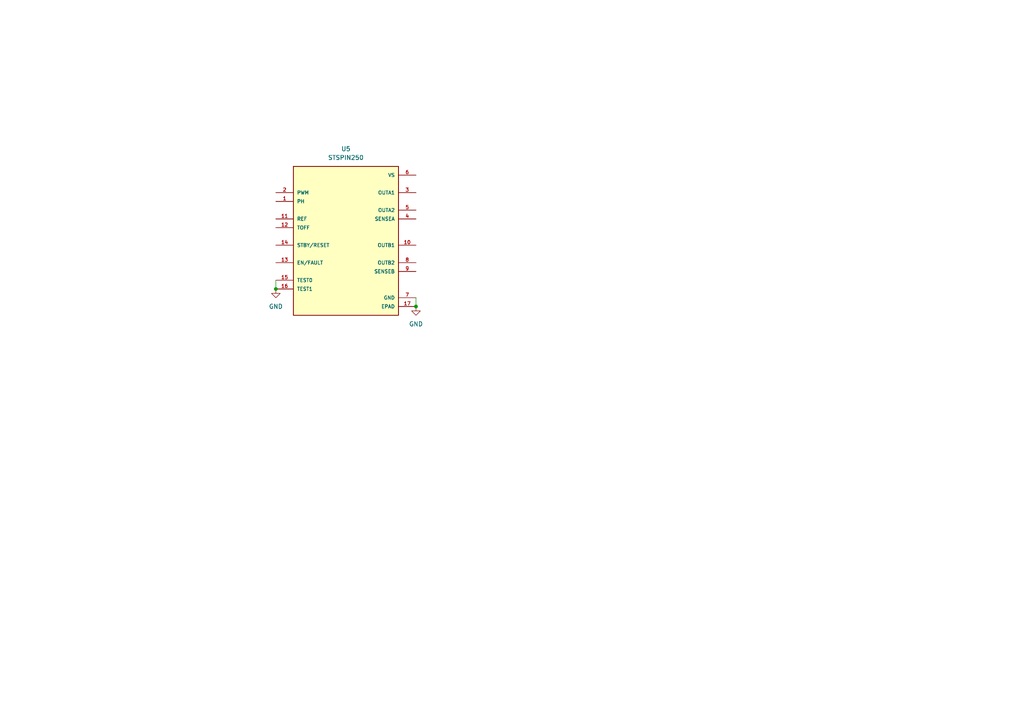
<source format=kicad_sch>
(kicad_sch (version 20231120) (generator "eeschema") (generator_version "8.0")
  (paper "A4")
  (lib_symbols
    (symbol "STSPIN250:STSPIN250" (pin_names (offset 1.016))
      (property "Reference" "U" (at -15.24 21.59 0))
      (property "Value" "STSPIN250" (at -15.24 -25.4 0))
      (symbol "STSPIN250_0_0"
        (rectangle (start -15.24 -22.86) (end 15.24 20.32) (stroke (width 0.254)) (fill (type background)))
        (pin input line (at -20.32 10.16 0) (length 5.08) (name "PH") (number "1"))
        (pin output line (at 20.32 -2.54 180) (length 5.08) (name "OUTB1") (number "10"))
        (pin input line (at -20.32 5.08 0) (length 5.08) (name "REF") (number "11"))
        (pin input line (at -20.32 2.54 0) (length 5.08) (name "TOFF") (number "12"))
        (pin bidirectional line (at -20.32 -7.62 0) (length 5.08) (name "EN/FAULT") (number "13"))
        (pin input line (at -20.32 -2.54 0) (length 5.08) (name "STBY/RESET") (number "14"))
        (pin passive line (at -20.32 -12.7 0) (length 5.08) (name "TEST0") (number "15"))
        (pin passive line (at -20.32 -15.24 0) (length 5.08) (name "TEST1") (number "16"))
        (pin power_in line (at 20.32 -20.32 180) (length 5.08) (name "EPAD") (number "17"))
        (pin input line (at -20.32 12.7 0) (length 5.08) (name "PWM") (number "2"))
        (pin output line (at 20.32 12.7 180) (length 5.08) (name "OUTA1") (number "3"))
        (pin output line (at 20.32 5.08 180) (length 5.08) (name "SENSEA") (number "4"))
        (pin output line (at 20.32 7.62 180) (length 5.08) (name "OUTA2") (number "5"))
        (pin power_in line (at 20.32 17.78 180) (length 5.08) (name "VS") (number "6"))
        (pin power_in line (at 20.32 -17.78 180) (length 5.08) (name "GND") (number "7"))
        (pin output line (at 20.32 -7.62 180) (length 5.08) (name "OUTB2") (number "8"))
        (pin output line (at 20.32 -10.16 180) (length 5.08) (name "SENSEB") (number "9"))
      )
    )
    (symbol "power:GND" (power) (pin_numbers hide) (pin_names (offset 0) hide)
      (property "Value" "GND" (at 0 -3.81 0))
      (symbol "GND_0_1"
        (polyline (pts (xy 0 0) (xy 0 -1.27) (xy 1.27 -1.27) (xy 0 -2.54) (xy -1.27 -1.27) (xy 0 -1.27)))
      )
      (symbol "GND_1_1"
        (pin power_in line (at 0 0 270) (length 0) (name "~") (number "1"))
      )
    )
  )
  (junction (at 120.65 88.9))
  (junction (at 80.01 83.82))
  (wire (pts (xy 120.65 86.36) (xy 120.65 88.9)))
  (wire (pts (xy 80.01 81.28) (xy 80.01 83.82)))
  (symbol (lib_id "power:GND") (at 80.01 83.82 0) (unit 1)
    (property "Reference" "#PWR048" (effects (hide yes)))
    (property "Value" "GND" (at 80.01 88.9 0))
    (property "Description" "Power symbol creates a global label with name \"GND\" , ground" (effects (hide yes)))
  )
  (symbol (lib_id "power:GND") (at 120.65 88.9 0) (unit 1)
    (property "Reference" "#PWR049" (effects (hide yes)))
    (property "Value" "GND" (at 120.65 93.98 0))
    (property "Description" "Power symbol creates a global label with name \"GND\" , ground" (effects (hide yes)))
  )
  (symbol (lib_id "STSPIN250:STSPIN250") (at 100.33 68.58 0) (unit 1)
    (property "Reference" "U5" (at 100.33 43.18 0))
    (property "Value" "STSPIN250" (at 100.33 45.72 0))
    (property "Footprint" "STSPIN250:QFN50P300X300X100-17N" (effects (hide yes)))
    (property "PARTREV" "2" (effects (hide yes)))
    (property "STANDARD" "IPC-7351B" (effects (hide yes)))
    (property "SNAPEDA_PN" "STSPIN250" (effects (hide yes)))
    (property "MAXIMUM_PACKAGE_HEIGHT" "1.0 mm" (effects (hide yes)))
    (property "MANUFACTURER" "STMicroelectronics" (effects (hide yes)))
  )
)
</source>
